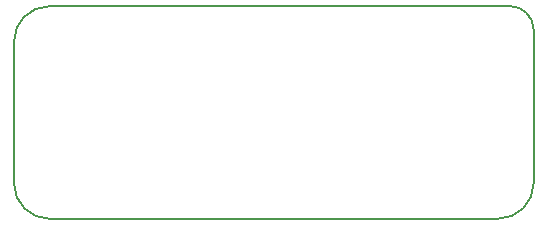
<source format=gbr>
G04 #@! TF.GenerationSoftware,KiCad,Pcbnew,5.1.5+dfsg1-2build2*
G04 #@! TF.CreationDate,2021-03-04T23:30:08+01:00*
G04 #@! TF.ProjectId,USB-I2C,5553422d-4932-4432-9e6b-696361645f70,rev?*
G04 #@! TF.SameCoordinates,Original*
G04 #@! TF.FileFunction,Profile,NP*
%FSLAX46Y46*%
G04 Gerber Fmt 4.6, Leading zero omitted, Abs format (unit mm)*
G04 Created by KiCad (PCBNEW 5.1.5+dfsg1-2build2) date 2021-03-04 23:30:08*
%MOMM*%
%LPD*%
G04 APERTURE LIST*
%ADD10C,0.150000*%
G04 APERTURE END LIST*
D10*
X150000000Y-117000000D02*
G75*
G02X147000000Y-114000000I0J3000000D01*
G01*
X147000000Y-102000000D02*
G75*
G02X150000000Y-99000000I3000000J0D01*
G01*
X191000000Y-114000000D02*
G75*
G02X188000000Y-117000000I-3000000J0D01*
G01*
X189000000Y-99000000D02*
G75*
G02X191000000Y-101000000I0J-2000000D01*
G01*
X150000000Y-99000000D02*
X189000000Y-99000000D01*
X147000000Y-114000000D02*
X147000000Y-102000000D01*
X188000000Y-117000000D02*
X150000000Y-117000000D01*
X191000000Y-101000000D02*
X191000000Y-114000000D01*
M02*

</source>
